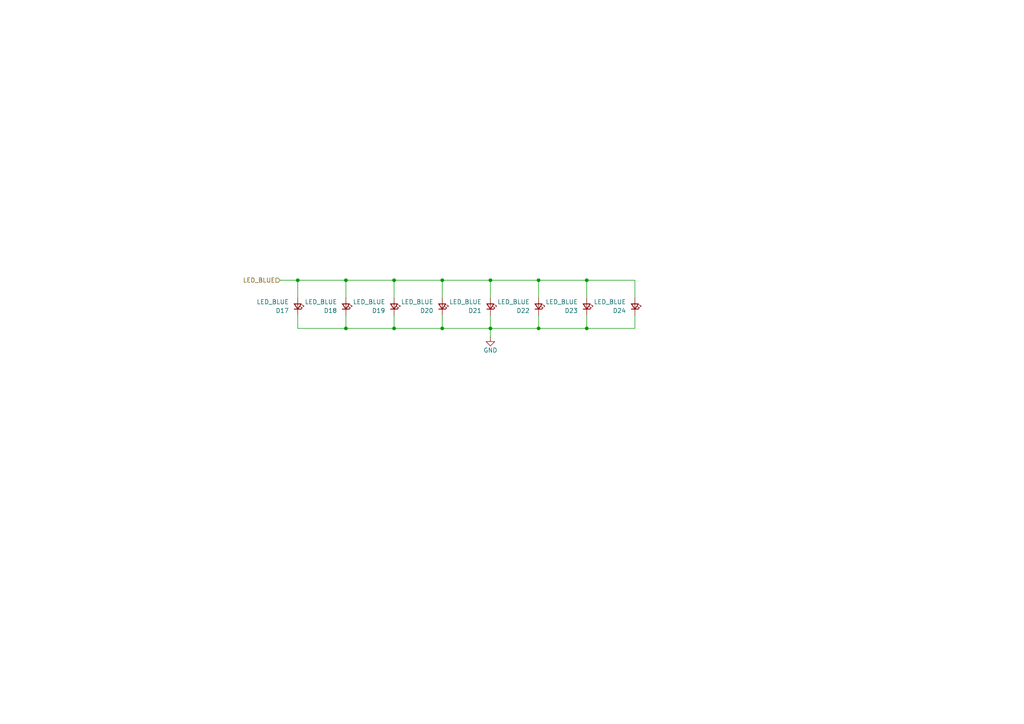
<source format=kicad_sch>
(kicad_sch (version 20231120) (generator "eeschema") (generator_version "8.0")
  (paper "A4")
  (lib_symbols
    (symbol "Device:LED_Small" (pin_numbers hide) (pin_names (offset 0.254) hide)
      (property "Reference" "D" (at -1.27 3.175 0))
      (property "Value" "LED_Small" (at -4.445 -2.54 0))
      (symbol "LED_Small_0_1"
        (polyline (pts (xy -0.762 -1.016) (xy -0.762 1.016)) (stroke (width 0.254)))
        (polyline (pts (xy 1.016 0) (xy -0.762 0)))
        (polyline (pts (xy 0.762 -1.016) (xy -0.762 0) (xy 0.762 1.016) (xy 0.762 -1.016)) (stroke (width 0.254)))
        (polyline (pts (xy 0 0.762) (xy -0.508 1.27) (xy -0.254 1.27) (xy -0.508 1.27) (xy -0.508 1.016)))
        (polyline (pts (xy 0.508 1.27) (xy 0 1.778) (xy 0.254 1.778) (xy 0 1.778) (xy 0 1.524)))
      )
      (symbol "LED_Small_1_1"
        (pin passive line (at -2.54 0 0) (length 1.778) (name "K") (number "1"))
        (pin passive line (at 2.54 0 180) (length 1.778) (name "A") (number "2"))
      )
    )
    (symbol "power:GND" (power) (pin_numbers hide) (pin_names (offset 0) hide)
      (property "Value" "GND" (at 0 -3.81 0))
      (symbol "GND_0_1"
        (polyline (pts (xy 0 0) (xy 0 -1.27) (xy 1.27 -1.27) (xy 0 -2.54) (xy -1.27 -1.27) (xy 0 -1.27)))
      )
      (symbol "GND_1_1"
        (pin power_in line (at 0 0 270) (length 0) (name "~") (number "1"))
      )
    )
  )
  (junction (at 156.21 81.28))
  (junction (at 142.24 95.25))
  (junction (at 170.18 95.25))
  (junction (at 114.3 95.25))
  (junction (at 142.24 81.28))
  (junction (at 156.21 95.25))
  (junction (at 114.3 81.28))
  (junction (at 128.27 81.28))
  (junction (at 100.33 95.25))
  (junction (at 100.33 81.28))
  (junction (at 86.36 81.28))
  (junction (at 170.18 81.28))
  (junction (at 128.27 95.25))
  (wire (pts (xy 142.24 91.44) (xy 142.24 95.25)))
  (wire (pts (xy 142.24 86.36) (xy 142.24 81.28)))
  (wire (pts (xy 114.3 86.36) (xy 114.3 81.28)))
  (wire (pts (xy 128.27 81.28) (xy 114.3 81.28)))
  (wire (pts (xy 100.33 86.36) (xy 100.33 81.28)))
  (wire (pts (xy 86.36 91.44) (xy 86.36 95.25)))
  (wire (pts (xy 81.28 81.28) (xy 86.36 81.28)))
  (wire (pts (xy 156.21 81.28) (xy 156.21 86.36)))
  (wire (pts (xy 156.21 91.44) (xy 156.21 95.25)))
  (wire (pts (xy 156.21 95.25) (xy 170.18 95.25)))
  (wire (pts (xy 142.24 81.28) (xy 128.27 81.28)))
  (wire (pts (xy 114.3 81.28) (xy 100.33 81.28)))
  (wire (pts (xy 100.33 91.44) (xy 100.33 95.25)))
  (wire (pts (xy 184.15 91.44) (xy 184.15 95.25)))
  (wire (pts (xy 114.3 95.25) (xy 128.27 95.25)))
  (wire (pts (xy 86.36 81.28) (xy 86.36 86.36)))
  (wire (pts (xy 128.27 86.36) (xy 128.27 81.28)))
  (wire (pts (xy 114.3 91.44) (xy 114.3 95.25)))
  (wire (pts (xy 170.18 95.25) (xy 184.15 95.25)))
  (wire (pts (xy 142.24 97.79) (xy 142.24 95.25)))
  (wire (pts (xy 100.33 95.25) (xy 114.3 95.25)))
  (wire (pts (xy 86.36 95.25) (xy 100.33 95.25)))
  (wire (pts (xy 170.18 81.28) (xy 156.21 81.28)))
  (wire (pts (xy 156.21 81.28) (xy 142.24 81.28)))
  (wire (pts (xy 100.33 81.28) (xy 86.36 81.28)))
  (wire (pts (xy 128.27 91.44) (xy 128.27 95.25)))
  (wire (pts (xy 142.24 95.25) (xy 156.21 95.25)))
  (wire (pts (xy 170.18 91.44) (xy 170.18 95.25)))
  (wire (pts (xy 128.27 95.25) (xy 142.24 95.25)))
  (wire (pts (xy 184.15 81.28) (xy 170.18 81.28)))
  (wire (pts (xy 184.15 81.28) (xy 184.15 86.36)))
  (wire (pts (xy 170.18 81.28) (xy 170.18 86.36)))
  (hierarchical_label "LED_BLUE" (shape input) (at 81.28 81.28 180))
  (symbol (lib_id "Device:LED_Small") (at 156.21 88.9 270) (mirror x) (unit 1)
    (property "Reference" "D22" (at 153.67 90.1066 90) (effects (justify right)))
    (property "Value" "LED_BLUE" (at 153.67 87.5666 90) (effects (justify right)))
    (property "Footprint" "LED_THT:LED_D3.0mm" (effects (hide yes)))
    (property "Datasheet" "https://optoelectronics.liteon.com/upload/download/DS20-2002-455/LTL1CHTBK5.pdf" (effects (hide yes)))
    (property "Description" "Light emitting diode, small symbol" (effects (hide yes)))
    (property "MNR" "859-LTL1CHTBK5 " (effects (hide yes)))
    (property "LCSC" "C2895474" (effects (hide yes)))
  )
  (symbol (lib_id "Device:LED_Small") (at 100.33 88.9 270) (mirror x) (unit 1)
    (property "Reference" "D18" (at 97.79 90.1066 90) (effects (justify right)))
    (property "Value" "LED_BLUE" (at 97.79 87.5666 90) (effects (justify right)))
    (property "Footprint" "LED_THT:LED_D3.0mm" (effects (hide yes)))
    (property "Datasheet" "https://optoelectronics.liteon.com/upload/download/DS20-2002-455/LTL1CHTBK5.pdf" (effects (hide yes)))
    (property "Description" "Light emitting diode, small symbol" (effects (hide yes)))
    (property "MNR" "859-LTL1CHTBK5 " (effects (hide yes)))
    (property "LCSC" "C2895474" (effects (hide yes)))
  )
  (symbol (lib_id "Device:LED_Small") (at 86.36 88.9 270) (mirror x) (unit 1)
    (property "Reference" "D17" (at 83.82 90.1066 90) (effects (justify right)))
    (property "Value" "LED_BLUE" (at 83.82 87.5666 90) (effects (justify right)))
    (property "Footprint" "LED_THT:LED_D3.0mm" (effects (hide yes)))
    (property "Datasheet" "https://optoelectronics.liteon.com/upload/download/DS20-2002-455/LTL1CHTBK5.pdf" (effects (hide yes)))
    (property "Description" "Light emitting diode, small symbol" (effects (hide yes)))
    (property "MNR" "859-LTL1CHTBK5 " (effects (hide yes)))
    (property "LCSC" "C2895474" (effects (hide yes)))
  )
  (symbol (lib_id "Device:LED_Small") (at 128.27 88.9 270) (mirror x) (unit 1)
    (property "Reference" "D20" (at 125.73 90.1066 90) (effects (justify right)))
    (property "Value" "LED_BLUE" (at 125.73 87.5666 90) (effects (justify right)))
    (property "Footprint" "LED_THT:LED_D3.0mm" (effects (hide yes)))
    (property "Datasheet" "https://optoelectronics.liteon.com/upload/download/DS20-2002-455/LTL1CHTBK5.pdf" (effects (hide yes)))
    (property "Description" "Light emitting diode, small symbol" (effects (hide yes)))
    (property "MNR" "859-LTL1CHTBK5 " (effects (hide yes)))
    (property "LCSC" "C2895474" (effects (hide yes)))
  )
  (symbol (lib_id "Device:LED_Small") (at 114.3 88.9 270) (mirror x) (unit 1)
    (property "Reference" "D19" (at 111.76 90.1066 90) (effects (justify right)))
    (property "Value" "LED_BLUE" (at 111.76 87.5666 90) (effects (justify right)))
    (property "Footprint" "LED_THT:LED_D3.0mm" (effects (hide yes)))
    (property "Datasheet" "https://optoelectronics.liteon.com/upload/download/DS20-2002-455/LTL1CHTBK5.pdf" (effects (hide yes)))
    (property "Description" "Light emitting diode, small symbol" (effects (hide yes)))
    (property "MNR" "859-LTL1CHTBK5 " (effects (hide yes)))
    (property "LCSC" "C2895474" (effects (hide yes)))
  )
  (symbol (lib_id "Device:LED_Small") (at 142.24 88.9 270) (mirror x) (unit 1)
    (property "Reference" "D21" (at 139.7 90.1066 90) (effects (justify right)))
    (property "Value" "LED_BLUE" (at 139.7 87.5666 90) (effects (justify right)))
    (property "Footprint" "LED_THT:LED_D3.0mm" (effects (hide yes)))
    (property "Datasheet" "https://optoelectronics.liteon.com/upload/download/DS20-2002-455/LTL1CHTBK5.pdf" (effects (hide yes)))
    (property "Description" "Light emitting diode, small symbol" (effects (hide yes)))
    (property "MNR" "859-LTL1CHTBK5 " (effects (hide yes)))
    (property "LCSC" "C2895474" (effects (hide yes)))
  )
  (symbol (lib_id "Device:LED_Small") (at 184.15 88.9 270) (mirror x) (unit 1)
    (property "Reference" "D24" (at 181.61 90.1066 90) (effects (justify right)))
    (property "Value" "LED_BLUE" (at 181.61 87.5666 90) (effects (justify right)))
    (property "Footprint" "LED_THT:LED_D3.0mm" (effects (hide yes)))
    (property "Datasheet" "https://optoelectronics.liteon.com/upload/download/DS20-2002-455/LTL1CHTBK5.pdf" (effects (hide yes)))
    (property "Description" "Light emitting diode, small symbol" (effects (hide yes)))
    (property "MNR" "859-LTL1CHTBK5 " (effects (hide yes)))
    (property "LCSC" "C2895474" (effects (hide yes)))
  )
  (symbol (lib_id "power:GND") (at 142.24 97.79 0) (unit 1)
    (property "Reference" "#PWR10" (effects (hide yes)))
    (property "Value" "GND" (at 142.24 101.6 0))
    (property "Description" "Power symbol creates a global label with name \"GND\" , ground" (effects (hide yes)))
  )
  (symbol (lib_id "Device:LED_Small") (at 170.18 88.9 270) (mirror x) (unit 1)
    (property "Reference" "D23" (at 167.64 90.1066 90) (effects (justify right)))
    (property "Value" "LED_BLUE" (at 167.64 87.5666 90) (effects (justify right)))
    (property "Footprint" "LED_THT:LED_D3.0mm" (effects (hide yes)))
    (property "Datasheet" "https://optoelectronics.liteon.com/upload/download/DS20-2002-455/LTL1CHTBK5.pdf" (effects (hide yes)))
    (property "Description" "Light emitting diode, small symbol" (effects (hide yes)))
    (property "MNR" "859-LTL1CHTBK5 " (effects (hide yes)))
    (property "LCSC" "C2895474" (effects (hide yes)))
  )
)
</source>
